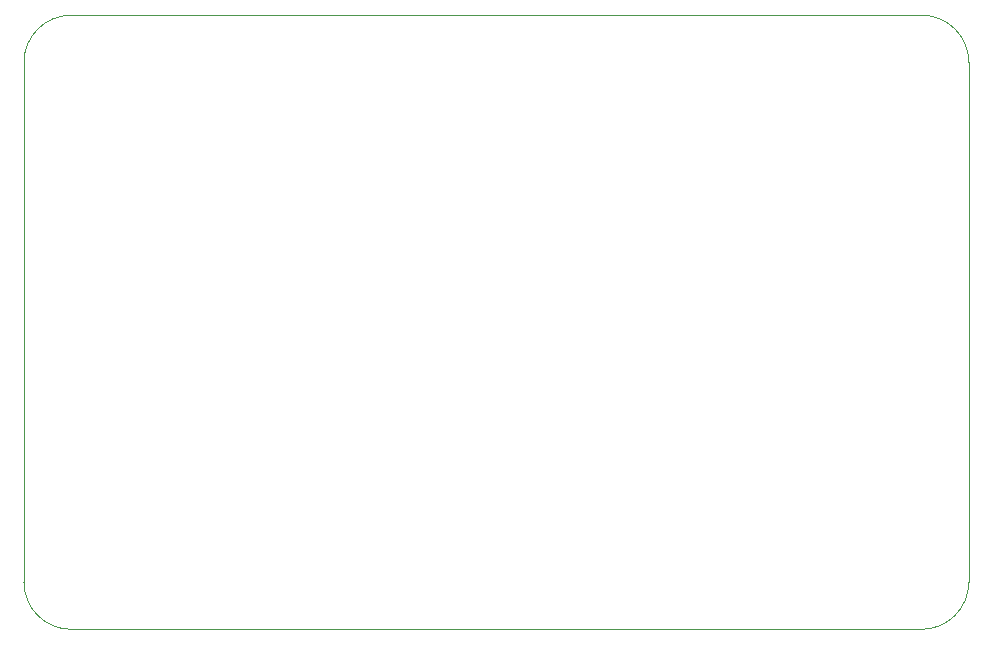
<source format=gbr>
%TF.GenerationSoftware,KiCad,Pcbnew,9.0.2*%
%TF.CreationDate,2025-12-01T22:51:16-05:00*%
%TF.ProjectId,VolleyBot,566f6c6c-6579-4426-9f74-2e6b69636164,rev?*%
%TF.SameCoordinates,Original*%
%TF.FileFunction,Profile,NP*%
%FSLAX46Y46*%
G04 Gerber Fmt 4.6, Leading zero omitted, Abs format (unit mm)*
G04 Created by KiCad (PCBNEW 9.0.2) date 2025-12-01 22:51:16*
%MOMM*%
%LPD*%
G01*
G04 APERTURE LIST*
%TA.AperFunction,Profile*%
%ADD10C,0.050000*%
%TD*%
G04 APERTURE END LIST*
D10*
X77500000Y-116250000D02*
G75*
G02*
X73500000Y-112250000I0J4000000D01*
G01*
X77500000Y-64250000D02*
X149500000Y-64250000D01*
X73500000Y-112250000D02*
X73500000Y-68250000D01*
X73500000Y-68250000D02*
G75*
G02*
X77500000Y-64250000I4000000J0D01*
G01*
X149500000Y-64250000D02*
G75*
G02*
X153500000Y-68250000I0J-4000000D01*
G01*
X153500000Y-68250000D02*
X153500000Y-112250000D01*
X149500000Y-116250000D02*
X77500000Y-116250000D01*
X153500000Y-112250000D02*
G75*
G02*
X149500000Y-116250000I-4000000J0D01*
G01*
M02*

</source>
